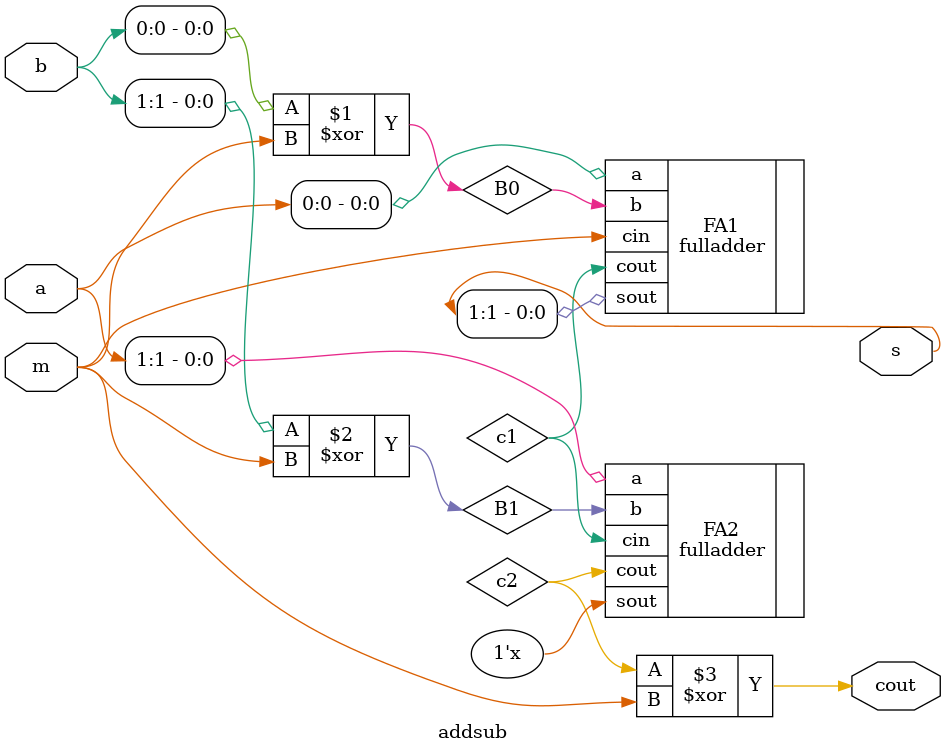
<source format=sv>
`timescale 1ns / 1ps


module addsub(
    input [1:0]a,
    input [1:0]b,
    input m,
    output cout,
    output [1:0]s
    );
    
wire B0, B1, c1, c2;

assign B0 = b[0] ^ m;
assign B1 = b[1] ^ m; 
    
fulladder FA1(
    .a(a[0]),
    .b(B0),
    .cin(m),
    .cout(c1),
    .sout(s[1])
    );
    
fulladder FA2(
    .a(a[1]),
    .b(B1),
    .cin(c1),
    .cout(c2),
    .sout(s[2])
    );

assign cout = c2 ^ m;

endmodule

</source>
